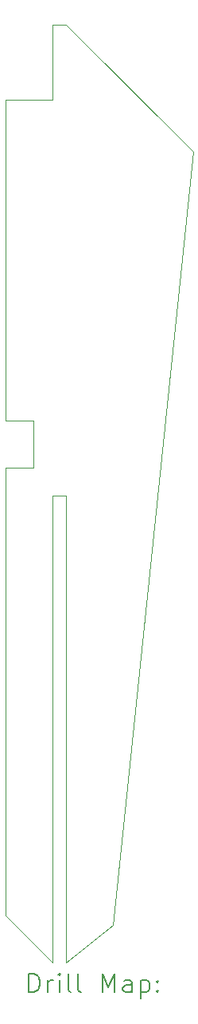
<source format=gbr>
%FSLAX45Y45*%
G04 Gerber Fmt 4.5, Leading zero omitted, Abs format (unit mm)*
G04 Created by KiCad (PCBNEW (6.0.0)) date 2022-03-05 17:09:39*
%MOMM*%
%LPD*%
G01*
G04 APERTURE LIST*
%TA.AperFunction,Profile*%
%ADD10C,0.100000*%
%TD*%
%ADD11C,0.200000*%
G04 APERTURE END LIST*
D10*
X14900000Y-8900000D02*
X14900000Y-13650000D01*
X14900000Y-8400000D02*
X14900000Y-5000000D01*
X14900000Y-8400000D02*
X15200000Y-8400000D01*
X15200000Y-8900000D02*
X14900000Y-8900000D01*
X15200000Y-8400000D02*
X15200000Y-8900000D01*
X15550000Y-14150000D02*
X15550000Y-9200000D01*
X15400000Y-9200000D02*
X15400000Y-14150000D01*
X16900000Y-5550000D02*
X16050000Y-13750000D01*
X15550000Y-4200000D02*
X16900000Y-5550000D01*
X15400000Y-9200000D02*
X15550000Y-9200000D01*
X15400000Y-14150000D02*
X14900000Y-13650000D01*
X15400000Y-5000000D02*
X14900000Y-5000000D01*
X15400000Y-5000000D02*
X15400000Y-4200000D01*
X15400000Y-4200000D02*
X15550000Y-4200000D01*
X15550000Y-14150000D02*
X16050000Y-13750000D01*
D11*
X15152619Y-14465476D02*
X15152619Y-14265476D01*
X15200238Y-14265476D01*
X15228809Y-14275000D01*
X15247857Y-14294048D01*
X15257381Y-14313095D01*
X15266905Y-14351190D01*
X15266905Y-14379762D01*
X15257381Y-14417857D01*
X15247857Y-14436905D01*
X15228809Y-14455952D01*
X15200238Y-14465476D01*
X15152619Y-14465476D01*
X15352619Y-14465476D02*
X15352619Y-14332143D01*
X15352619Y-14370238D02*
X15362143Y-14351190D01*
X15371667Y-14341667D01*
X15390714Y-14332143D01*
X15409762Y-14332143D01*
X15476428Y-14465476D02*
X15476428Y-14332143D01*
X15476428Y-14265476D02*
X15466905Y-14275000D01*
X15476428Y-14284524D01*
X15485952Y-14275000D01*
X15476428Y-14265476D01*
X15476428Y-14284524D01*
X15600238Y-14465476D02*
X15581190Y-14455952D01*
X15571667Y-14436905D01*
X15571667Y-14265476D01*
X15705000Y-14465476D02*
X15685952Y-14455952D01*
X15676428Y-14436905D01*
X15676428Y-14265476D01*
X15933571Y-14465476D02*
X15933571Y-14265476D01*
X16000238Y-14408333D01*
X16066905Y-14265476D01*
X16066905Y-14465476D01*
X16247857Y-14465476D02*
X16247857Y-14360714D01*
X16238333Y-14341667D01*
X16219286Y-14332143D01*
X16181190Y-14332143D01*
X16162143Y-14341667D01*
X16247857Y-14455952D02*
X16228809Y-14465476D01*
X16181190Y-14465476D01*
X16162143Y-14455952D01*
X16152619Y-14436905D01*
X16152619Y-14417857D01*
X16162143Y-14398809D01*
X16181190Y-14389286D01*
X16228809Y-14389286D01*
X16247857Y-14379762D01*
X16343095Y-14332143D02*
X16343095Y-14532143D01*
X16343095Y-14341667D02*
X16362143Y-14332143D01*
X16400238Y-14332143D01*
X16419286Y-14341667D01*
X16428809Y-14351190D01*
X16438333Y-14370238D01*
X16438333Y-14427381D01*
X16428809Y-14446428D01*
X16419286Y-14455952D01*
X16400238Y-14465476D01*
X16362143Y-14465476D01*
X16343095Y-14455952D01*
X16524048Y-14446428D02*
X16533571Y-14455952D01*
X16524048Y-14465476D01*
X16514524Y-14455952D01*
X16524048Y-14446428D01*
X16524048Y-14465476D01*
X16524048Y-14341667D02*
X16533571Y-14351190D01*
X16524048Y-14360714D01*
X16514524Y-14351190D01*
X16524048Y-14341667D01*
X16524048Y-14360714D01*
M02*

</source>
